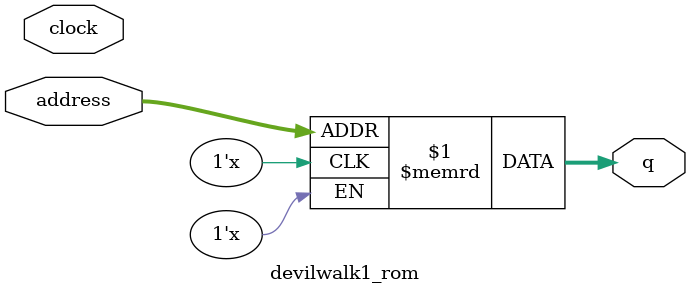
<source format=sv>
module devilwalk1_rom (
	input logic clock,
	input logic [13:0] address,
	output logic [3:0] q
);

logic [3:0] memory [0:9999] /* synthesis ram_init_file = "./devilwalk1/devilwalk1.mif" */;

assign q = memory[address];

endmodule

</source>
